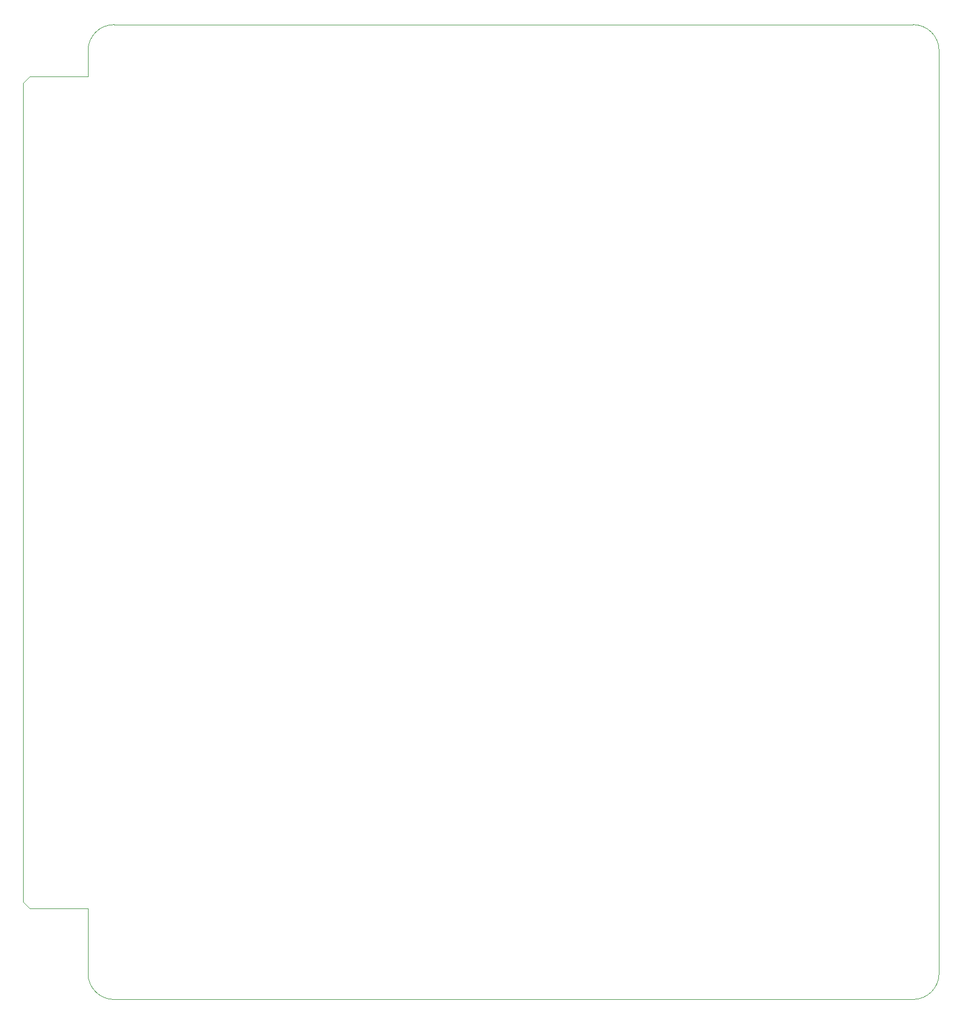
<source format=gbr>
G04 #@! TF.GenerationSoftware,KiCad,Pcbnew,7.0.10*
G04 #@! TF.CreationDate,2024-02-11T13:41:43-06:00*
G04 #@! TF.ProjectId,midiori,6d696469-6f72-4692-9e6b-696361645f70,rev?*
G04 #@! TF.SameCoordinates,Original*
G04 #@! TF.FileFunction,Profile,NP*
%FSLAX46Y46*%
G04 Gerber Fmt 4.6, Leading zero omitted, Abs format (unit mm)*
G04 Created by KiCad (PCBNEW 7.0.10) date 2024-02-11 13:41:43*
%MOMM*%
%LPD*%
G01*
G04 APERTURE LIST*
G04 #@! TA.AperFunction,Profile*
%ADD10C,0.050000*%
G04 #@! TD*
G04 APERTURE END LIST*
D10*
X58000000Y-189000000D02*
X181000000Y-189000000D01*
X44000000Y-174000000D02*
X44000000Y-48000000D01*
X45000000Y-175000000D02*
X44000000Y-174000000D01*
X54000000Y-175000000D02*
X54000000Y-185000000D01*
X54000000Y-43000000D02*
X54000000Y-47000000D01*
X181000000Y-189000000D02*
G75*
G03*
X185000000Y-185000000I0J4000000D01*
G01*
X54000000Y-47000000D02*
X45000000Y-47000000D01*
X44000000Y-48000000D02*
X45000000Y-47000000D01*
X58000000Y-39000000D02*
G75*
G03*
X54000000Y-43000000I0J-4000000D01*
G01*
X185000000Y-43000000D02*
X185000000Y-185000000D01*
X58000000Y-39000000D02*
X181000000Y-39000000D01*
X185000000Y-43000000D02*
G75*
G03*
X181000000Y-39000000I-4000000J0D01*
G01*
X54000000Y-185000000D02*
G75*
G03*
X58000000Y-189000000I4000000J0D01*
G01*
X45000000Y-175000000D02*
X54000000Y-175000000D01*
M02*

</source>
